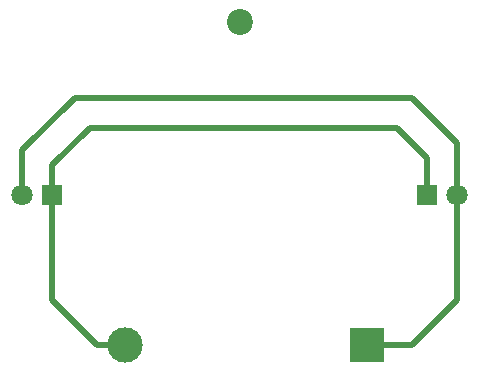
<source format=gbr>
G04 #@! TF.FileFunction,Copper,L2,Bot,Signal*
%FSLAX46Y46*%
G04 Gerber Fmt 4.6, Leading zero omitted, Abs format (unit mm)*
G04 Created by KiCad (PCBNEW 4.0.7+dfsg1-1) date Sat Apr  7 12:07:35 2018*
%MOMM*%
%LPD*%
G01*
G04 APERTURE LIST*
%ADD10C,0.100000*%
%ADD11C,3.000000*%
%ADD12R,3.000000X3.000000*%
%ADD13R,1.800000X1.800000*%
%ADD14C,1.800000*%
%ADD15C,2.200000*%
%ADD16C,0.550000*%
G04 APERTURE END LIST*
D10*
D11*
X140165000Y-105410000D03*
D12*
X160655000Y-105410000D03*
D13*
X165735000Y-92710000D03*
D14*
X168275000Y-92710000D03*
D13*
X133985000Y-92710000D03*
D14*
X131445000Y-92710000D03*
D15*
X149860000Y-78010000D03*
D16*
X140165000Y-105410000D02*
X137795000Y-105410000D01*
X133985000Y-101600000D02*
X133985000Y-92710000D01*
X137795000Y-105410000D02*
X133985000Y-101600000D01*
X133985000Y-92710000D02*
X133985000Y-90170000D01*
X165735000Y-89535000D02*
X165735000Y-92710000D01*
X163195000Y-86995000D02*
X165735000Y-89535000D01*
X137160000Y-86995000D02*
X163195000Y-86995000D01*
X133985000Y-90170000D02*
X137160000Y-86995000D01*
X138895000Y-105410000D02*
X138895000Y-105240000D01*
X168275000Y-92710000D02*
X168275000Y-88265000D01*
X131445000Y-88900000D02*
X131445000Y-92710000D01*
X135890000Y-84455000D02*
X131445000Y-88900000D01*
X164465000Y-84455000D02*
X135890000Y-84455000D01*
X168275000Y-88265000D02*
X164465000Y-84455000D01*
X160655000Y-105410000D02*
X164465000Y-105410000D01*
X168275000Y-101600000D02*
X168275000Y-92710000D01*
X164465000Y-105410000D02*
X168275000Y-101600000D01*
M02*

</source>
